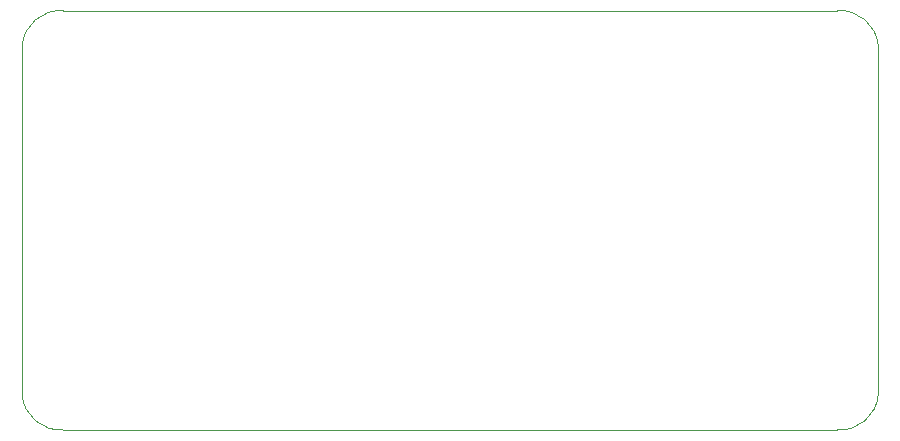
<source format=gbr>
%TF.GenerationSoftware,KiCad,Pcbnew,7.0.9-7.0.9~ubuntu22.04.1*%
%TF.CreationDate,2023-12-10T21:51:41+01:00*%
%TF.ProjectId,cat_scale,6361745f-7363-4616-9c65-2e6b69636164,rev?*%
%TF.SameCoordinates,Original*%
%TF.FileFunction,Profile,NP*%
%FSLAX46Y46*%
G04 Gerber Fmt 4.6, Leading zero omitted, Abs format (unit mm)*
G04 Created by KiCad (PCBNEW 7.0.9-7.0.9~ubuntu22.04.1) date 2023-12-10 21:51:41*
%MOMM*%
%LPD*%
G01*
G04 APERTURE LIST*
%TA.AperFunction,Profile*%
%ADD10C,0.100000*%
%TD*%
G04 APERTURE END LIST*
D10*
X195500000Y-79000000D02*
G75*
G03*
X192000000Y-76000000I-3250000J-250000D01*
G01*
X126500000Y-76000000D02*
G75*
G03*
X123000000Y-79000000I-250000J-3250000D01*
G01*
X123000000Y-108500000D02*
X123000000Y-79000000D01*
X123000000Y-108500000D02*
G75*
G03*
X126500000Y-111500000I3250000J250000D01*
G01*
X192000000Y-111500000D02*
G75*
G03*
X195500000Y-108500000I250000J3250000D01*
G01*
X192000000Y-111500000D02*
X126500000Y-111500000D01*
X195500000Y-79000000D02*
X195500000Y-108500000D01*
X126500000Y-76000000D02*
X192000000Y-76000000D01*
M02*

</source>
